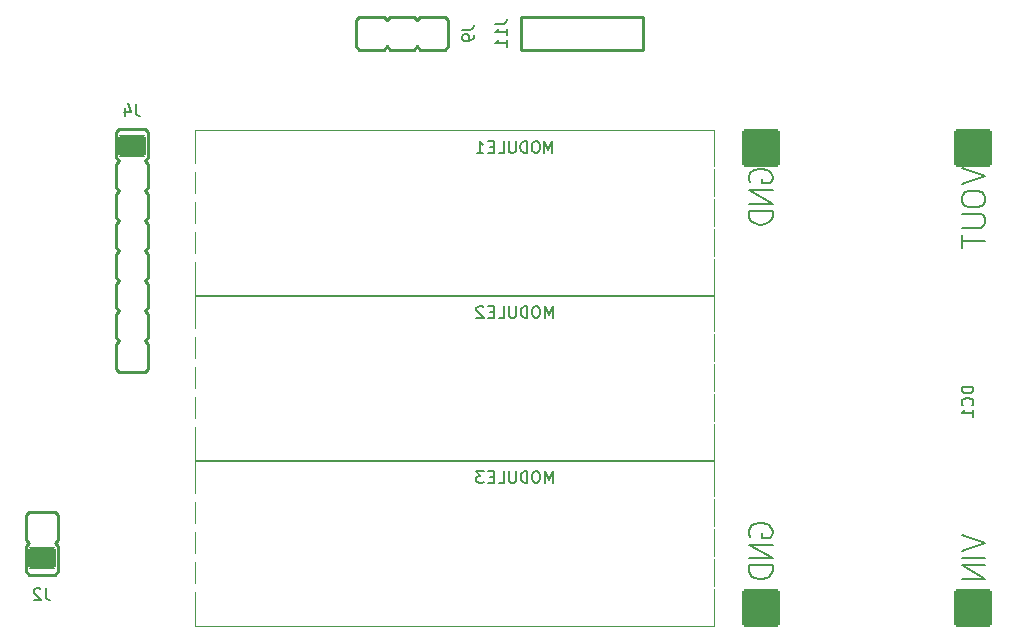
<source format=gbr>
G04 --- HEADER BEGIN --- *
G04 #@! TF.GenerationSoftware,LibrePCB,LibrePCB,1.1.0*
G04 #@! TF.CreationDate,2024-10-30T12:47:54*
G04 #@! TF.ProjectId,encoder diff driver board,5e1d4796-0e95-4f90-a33b-98ba50815d50,v1*
G04 #@! TF.Part,Single*
G04 #@! TF.SameCoordinates*
G04 #@! TF.FileFunction,Legend,Bot*
G04 #@! TF.FilePolarity,Positive*
%FSLAX66Y66*%
%MOMM*%
G01*
G75*
G04 --- HEADER END --- *
G04 --- APERTURE LIST BEGIN --- *
%ADD10C,0.0*%
%ADD11C,0.25*%
%ADD12C,0.2*%
%ADD13O,2.7X1.5*%
%ADD14O,2.39X1.787*%
%AMROUNDEDRECT15*20,1,1.787,-1.095,0.0,1.095,0.0,0.0*20,1,1.587,-1.195,0.0,1.195,0.0,0.0*1,1,0.2,-1.095,0.7935*1,1,0.2,1.095,0.7935*1,1,0.2,1.095,-0.7935*1,1,0.2,-1.095,-0.7935*%
%ADD15ROUNDEDRECT15*%
%ADD16O,1.787X2.39*%
%AMROUNDEDRECT17*20,1,1.787,-1.095,0.0,1.095,0.0,90.0*20,1,1.587,-1.195,0.0,1.195,0.0,90.0*1,1,0.2,-0.7935,-1.095*1,1,0.2,-0.7935,1.095*1,1,0.2,0.7935,1.095*1,1,0.2,0.7935,-1.095*%
%ADD17ROUNDEDRECT17*%
%AMROUNDEDRECT18*20,1,3.2,-1.5,0.0,1.5,0.0,0.0*20,1,3.0,-1.6,0.0,1.6,0.0,0.0*1,1,0.2,-1.5,1.5*1,1,0.2,1.5,1.5*1,1,0.2,1.5,-1.5*1,1,0.2,-1.5,-1.5*%
%ADD18ROUNDEDRECT18*%
%ADD19C,4.4*%
G04 --- APERTURE LIST END --- *
G04 --- BOARD BEGIN --- *
D10*
G04 #@! TO.C,MODULE2*
X-16265394Y4460000D02*
X27734606Y4460000D01*
X27734606Y-9540000D01*
X-16265394Y-9540000D01*
X-16265394Y4460000D01*
D11*
G04 #@! TO.C,J4*
X-22965394Y18270000D02*
X-22965394Y16145000D01*
X-22695394Y15875000D01*
X-22965394Y15605000D01*
X-22965394Y13605000D01*
X-22695394Y13335000D01*
X-22965394Y13065000D01*
X-22965394Y11065000D01*
X-22695394Y10795000D01*
X-22965394Y10525000D01*
X-22965394Y8525000D01*
X-22695394Y8255000D01*
X-22965394Y7985000D01*
X-22965394Y5985000D01*
X-22695394Y5715000D01*
X-22965394Y5445000D01*
X-22965394Y3445000D01*
X-22695394Y3175000D01*
X-22965394Y2905000D01*
X-22965394Y905000D01*
X-22695394Y635000D01*
X-22965394Y365000D01*
X-22965394Y-1760000D01*
X-22695394Y-2030000D01*
X-20445394Y-2030000D01*
X-20175394Y-1760000D01*
X-20175394Y365000D01*
X-20445394Y635000D01*
X-20175394Y905000D01*
X-20175394Y2905000D01*
X-20445394Y3175000D01*
X-20175394Y3445000D01*
X-20175394Y5445000D01*
X-20445394Y5715000D01*
X-20175394Y5985000D01*
X-20175394Y7985000D01*
X-20445394Y8255000D01*
X-20175394Y8525000D01*
X-20175394Y10525000D01*
X-20445394Y10795000D01*
X-20175394Y11065000D01*
X-20175394Y13065000D01*
X-20445394Y13335000D01*
X-20175394Y13605000D01*
X-20175394Y15605000D01*
X-20445394Y15875000D01*
X-20175394Y16145000D01*
X-20175394Y18270000D01*
X-20445394Y18540000D01*
X-22695394Y18540000D01*
X-22965394Y18270000D01*
G04 #@! TO.C,J11*
X11324606Y28065000D02*
X11324606Y25275000D01*
X21734606Y25275000D01*
X21734606Y28065000D01*
X11324606Y28065000D01*
D10*
G04 #@! TO.C,MODULE3*
X-16265394Y-9510000D02*
X27734606Y-9510000D01*
X27734606Y-23510000D01*
X-16265394Y-23510000D01*
X-16265394Y-9510000D01*
D12*
G04 #@! TO.C,DC1*
X48659606Y15211110D02*
X50659606Y14544443D01*
X48659606Y13877777D01*
X48659606Y12802221D02*
X48659606Y12419999D01*
X48755162Y12231110D01*
X48946273Y12039999D01*
X49326273Y11944444D01*
X49992939Y11944444D01*
X50372939Y12039999D01*
X50564050Y12231110D01*
X50659606Y12419999D01*
X50659606Y12802221D01*
X50564050Y12991110D01*
X50372939Y13182221D01*
X49992939Y13277777D01*
X49326273Y13277777D01*
X48946273Y13182221D01*
X48755162Y12991110D01*
X48659606Y12802221D01*
X48659606Y11344444D02*
X50279606Y11344444D01*
X50468495Y11248888D01*
X50564050Y11153333D01*
X50659606Y10964444D01*
X50659606Y10582222D01*
X50564050Y10391111D01*
X50468495Y10297777D01*
X50279606Y10202222D01*
X48659606Y10202222D01*
X48659606Y9602222D02*
X48659606Y8460000D01*
X50659606Y9031111D02*
X48659606Y9031111D01*
X48659606Y-15864446D02*
X50659606Y-16531113D01*
X48659606Y-17197779D01*
X50659606Y-17797779D02*
X48659606Y-17797779D01*
X50659606Y-18397779D02*
X48659606Y-18397779D01*
X50659606Y-19540001D01*
X48659606Y-19540001D01*
X30755162Y-15960000D02*
X30659606Y-15771111D01*
X30659606Y-15484445D01*
X30755162Y-15197778D01*
X30946273Y-15008889D01*
X31135162Y-14913334D01*
X31517384Y-14817778D01*
X31801828Y-14817778D01*
X32184050Y-14913334D01*
X32372939Y-15008889D01*
X32564050Y-15197778D01*
X32659606Y-15484445D01*
X32659606Y-15675556D01*
X32564050Y-15960000D01*
X32468495Y-16055556D01*
X31801828Y-16055556D01*
X31801828Y-15675556D01*
X32659606Y-16655556D02*
X30659606Y-16655556D01*
X32659606Y-17797778D01*
X30659606Y-17797778D01*
X32659606Y-18397778D02*
X30659606Y-18397778D01*
X30659606Y-18873334D01*
X30755162Y-19160000D01*
X30946273Y-19351111D01*
X31135162Y-19444445D01*
X31517384Y-19540000D01*
X31801828Y-19540000D01*
X32184050Y-19444445D01*
X32372939Y-19351111D01*
X32564050Y-19160000D01*
X32659606Y-18873334D01*
X32659606Y-18397778D01*
X30755162Y14040000D02*
X30659606Y14228889D01*
X30659606Y14515555D01*
X30755162Y14802222D01*
X30946273Y14991111D01*
X31135162Y15086666D01*
X31517384Y15182222D01*
X31801828Y15182222D01*
X32184050Y15086666D01*
X32372939Y14991111D01*
X32564050Y14802222D01*
X32659606Y14515555D01*
X32659606Y14324444D01*
X32564050Y14040000D01*
X32468495Y13944444D01*
X31801828Y13944444D01*
X31801828Y14324444D01*
X32659606Y13344444D02*
X30659606Y13344444D01*
X32659606Y12202222D01*
X30659606Y12202222D01*
X32659606Y11602222D02*
X30659606Y11602222D01*
X30659606Y11126666D01*
X30755162Y10840000D01*
X30946273Y10648889D01*
X31135162Y10555555D01*
X31517384Y10460000D01*
X31801828Y10460000D01*
X32184050Y10555555D01*
X32372939Y10648889D01*
X32564050Y10840000D01*
X32659606Y11126666D01*
X32659606Y11602222D01*
D11*
G04 #@! TO.C,J9*
X4954606Y28065000D02*
X2829606Y28065000D01*
X2559606Y27795000D01*
X2289606Y28065000D01*
X289606Y28065000D01*
X19606Y27795000D01*
X-250394Y28065000D01*
X-2375394Y28065000D01*
X-2645394Y27795000D01*
X-2645394Y25545000D01*
X-2375394Y25275000D01*
X-250394Y25275000D01*
X19606Y25545000D01*
X289606Y25275000D01*
X2289606Y25275000D01*
X2559606Y25545000D01*
X2829606Y25275000D01*
X4954606Y25275000D01*
X5224606Y25545000D01*
X5224606Y27795000D01*
X4954606Y28065000D01*
D10*
G04 #@! TO.C,MODULE1*
X-16265394Y18430000D02*
X27734606Y18430000D01*
X27734606Y4430000D01*
X-16265394Y4430000D01*
X-16265394Y18430000D01*
D11*
G04 #@! TO.C,J2*
X-27795394Y-18905000D02*
X-27795394Y-16780000D01*
X-28065394Y-16510000D01*
X-27795394Y-16240000D01*
X-27795394Y-14115000D01*
X-28065394Y-13845000D01*
X-30315394Y-13845000D01*
X-30585394Y-14115000D01*
X-30585394Y-16240000D01*
X-30315394Y-16510000D01*
X-30585394Y-16780000D01*
X-30585394Y-18905000D01*
X-30315394Y-19175000D01*
X-28065394Y-19175000D01*
X-27795394Y-18905000D01*
D12*
G04 #@! TO.C,MODULE2*
X14038495Y2540000D02*
X14038495Y3540000D01*
X13705162Y2825556D01*
X13371828Y3540000D01*
X13371828Y2540000D01*
X12734050Y3540000D02*
X12542939Y3540000D01*
X12448495Y3492222D01*
X12352939Y3396667D01*
X12305161Y3206667D01*
X12305161Y2873333D01*
X12352939Y2683333D01*
X12448495Y2587778D01*
X12542939Y2540000D01*
X12734050Y2540000D01*
X12828495Y2587778D01*
X12924050Y2683333D01*
X12971828Y2873333D01*
X12971828Y3206667D01*
X12924050Y3396667D01*
X12828495Y3492222D01*
X12734050Y3540000D01*
X11905161Y2540000D02*
X11905161Y3540000D01*
X11667383Y3540000D01*
X11524050Y3492222D01*
X11428494Y3396667D01*
X11381828Y3302222D01*
X11334050Y3111111D01*
X11334050Y2968889D01*
X11381828Y2777778D01*
X11428494Y2683333D01*
X11524050Y2587778D01*
X11667383Y2540000D01*
X11905161Y2540000D01*
X10934050Y3540000D02*
X10934050Y2730000D01*
X10886272Y2635556D01*
X10838494Y2587778D01*
X10744050Y2540000D01*
X10552939Y2540000D01*
X10457383Y2587778D01*
X10410717Y2635556D01*
X10362939Y2730000D01*
X10362939Y3540000D01*
X9486272Y2540000D02*
X9962939Y2540000D01*
X9962939Y3540000D01*
X9086272Y3063333D02*
X8752939Y3063333D01*
X8609605Y2540000D02*
X9086272Y2540000D01*
X9086272Y3540000D01*
X8609605Y3540000D01*
X8161827Y3444444D02*
X8114049Y3492222D01*
X8019605Y3540000D01*
X7780716Y3540000D01*
X7686272Y3492222D01*
X7638494Y3444444D01*
X7590716Y3350000D01*
X7590716Y3254444D01*
X7638494Y3111111D01*
X8209605Y2540000D01*
X7590716Y2540000D01*
G04 #@! TO.C,J4*
X-21251505Y20685000D02*
X-21251505Y19970556D01*
X-21203727Y19828333D01*
X-21108172Y19732778D01*
X-20965950Y19685000D01*
X-20870394Y19685000D01*
X-22128172Y20351667D02*
X-22128172Y19685000D01*
X-21889283Y20732778D02*
X-21651505Y20018333D01*
X-22270394Y20018333D01*
G04 #@! TO.C,J11*
X9179606Y27450555D02*
X9894050Y27450555D01*
X10036273Y27498333D01*
X10131828Y27593888D01*
X10179606Y27736110D01*
X10179606Y27831666D01*
X10179606Y26479444D02*
X10179606Y27050555D01*
X10179606Y26764999D02*
X9179606Y26764999D01*
X9322939Y26860555D01*
X9417384Y26954999D01*
X9465162Y27050555D01*
X10179606Y25508333D02*
X10179606Y26079444D01*
X10179606Y25793888D02*
X9179606Y25793888D01*
X9322939Y25889444D01*
X9417384Y25983888D01*
X9465162Y26079444D01*
G04 #@! TO.C,MODULE3*
X14038495Y-11430000D02*
X14038495Y-10430000D01*
X13705162Y-11144444D01*
X13371828Y-10430000D01*
X13371828Y-11430000D01*
X12734050Y-10430000D02*
X12542939Y-10430000D01*
X12448495Y-10477778D01*
X12352939Y-10573333D01*
X12305161Y-10763333D01*
X12305161Y-11096667D01*
X12352939Y-11286667D01*
X12448495Y-11382222D01*
X12542939Y-11430000D01*
X12734050Y-11430000D01*
X12828495Y-11382222D01*
X12924050Y-11286667D01*
X12971828Y-11096667D01*
X12971828Y-10763333D01*
X12924050Y-10573333D01*
X12828495Y-10477778D01*
X12734050Y-10430000D01*
X11905161Y-11430000D02*
X11905161Y-10430000D01*
X11667383Y-10430000D01*
X11524050Y-10477778D01*
X11428494Y-10573333D01*
X11381828Y-10667778D01*
X11334050Y-10858889D01*
X11334050Y-11001111D01*
X11381828Y-11192222D01*
X11428494Y-11286667D01*
X11524050Y-11382222D01*
X11667383Y-11430000D01*
X11905161Y-11430000D01*
X10934050Y-10430000D02*
X10934050Y-11240000D01*
X10886272Y-11334444D01*
X10838494Y-11382222D01*
X10744050Y-11430000D01*
X10552939Y-11430000D01*
X10457383Y-11382222D01*
X10410717Y-11334444D01*
X10362939Y-11240000D01*
X10362939Y-10430000D01*
X9486272Y-11430000D02*
X9962939Y-11430000D01*
X9962939Y-10430000D01*
X9086272Y-10906667D02*
X8752939Y-10906667D01*
X8609605Y-11430000D02*
X9086272Y-11430000D01*
X9086272Y-10430000D01*
X8609605Y-10430000D01*
X8209605Y-10430000D02*
X7590716Y-10430000D01*
X7924049Y-10811111D01*
X7780716Y-10811111D01*
X7686272Y-10858889D01*
X7638494Y-10906667D01*
X7590716Y-11001111D01*
X7590716Y-11240000D01*
X7638494Y-11334444D01*
X7686272Y-11382222D01*
X7780716Y-11430000D01*
X8066272Y-11430000D01*
X8161827Y-11382222D01*
X8209605Y-11334444D01*
G04 #@! TO.C,DC1*
X49659606Y-3259445D02*
X48659606Y-3259445D01*
X48659606Y-3497223D01*
X48707384Y-3640556D01*
X48802939Y-3736112D01*
X48897384Y-3782778D01*
X49088495Y-3830556D01*
X49230717Y-3830556D01*
X49421828Y-3782778D01*
X49516273Y-3736112D01*
X49611828Y-3640556D01*
X49659606Y-3497223D01*
X49659606Y-3259445D01*
X49564050Y-4849445D02*
X49611828Y-4801667D01*
X49659606Y-4659445D01*
X49659606Y-4563889D01*
X49611828Y-4420556D01*
X49516273Y-4326112D01*
X49421828Y-4278334D01*
X49230717Y-4230556D01*
X49088495Y-4230556D01*
X48897384Y-4278334D01*
X48802939Y-4326112D01*
X48707384Y-4420556D01*
X48659606Y-4563889D01*
X48659606Y-4659445D01*
X48707384Y-4801667D01*
X48755162Y-4849445D01*
X49659606Y-5820556D02*
X49659606Y-5249445D01*
X49659606Y-5535001D02*
X48659606Y-5535001D01*
X48802939Y-5439445D01*
X48897384Y-5345001D01*
X48945162Y-5249445D01*
G04 #@! TO.C,J9*
X6369606Y26965000D02*
X7084050Y26965000D01*
X7226273Y27012778D01*
X7321828Y27108333D01*
X7369606Y27250555D01*
X7369606Y27346111D01*
X7369606Y26469444D02*
X7369606Y26279444D01*
X7321828Y26183889D01*
X7274050Y26136111D01*
X7131828Y26041667D01*
X6940717Y25993889D01*
X6559606Y25993889D01*
X6465162Y26041667D01*
X6417384Y26088333D01*
X6369606Y26183889D01*
X6369606Y26375000D01*
X6417384Y26469444D01*
X6465162Y26517222D01*
X6559606Y26565000D01*
X6798495Y26565000D01*
X6892939Y26517222D01*
X6940717Y26469444D01*
X6988495Y26375000D01*
X6988495Y26183889D01*
X6940717Y26088333D01*
X6892939Y26041667D01*
X6798495Y25993889D01*
G04 #@! TO.C,MODULE1*
X14014606Y16510000D02*
X14014606Y17510000D01*
X13681273Y16795556D01*
X13347939Y17510000D01*
X13347939Y16510000D01*
X12710161Y17510000D02*
X12519050Y17510000D01*
X12424606Y17462222D01*
X12329050Y17366667D01*
X12281272Y17176667D01*
X12281272Y16843333D01*
X12329050Y16653333D01*
X12424606Y16557778D01*
X12519050Y16510000D01*
X12710161Y16510000D01*
X12804606Y16557778D01*
X12900161Y16653333D01*
X12947939Y16843333D01*
X12947939Y17176667D01*
X12900161Y17366667D01*
X12804606Y17462222D01*
X12710161Y17510000D01*
X11881272Y16510000D02*
X11881272Y17510000D01*
X11643494Y17510000D01*
X11500161Y17462222D01*
X11404605Y17366667D01*
X11357939Y17272222D01*
X11310161Y17081111D01*
X11310161Y16938889D01*
X11357939Y16747778D01*
X11404605Y16653333D01*
X11500161Y16557778D01*
X11643494Y16510000D01*
X11881272Y16510000D01*
X10910161Y17510000D02*
X10910161Y16700000D01*
X10862383Y16605556D01*
X10814605Y16557778D01*
X10720161Y16510000D01*
X10529050Y16510000D01*
X10433494Y16557778D01*
X10386828Y16605556D01*
X10339050Y16700000D01*
X10339050Y17510000D01*
X9462383Y16510000D02*
X9939050Y16510000D01*
X9939050Y17510000D01*
X9062383Y17033333D02*
X8729050Y17033333D01*
X8585716Y16510000D02*
X9062383Y16510000D01*
X9062383Y17510000D01*
X8585716Y17510000D01*
X7614605Y16510000D02*
X8185716Y16510000D01*
X7900160Y16510000D02*
X7900160Y17510000D01*
X7995716Y17366667D01*
X8090160Y17272222D01*
X8185716Y17224444D01*
G04 #@! TO.C,J2*
X-28871505Y-20320000D02*
X-28871505Y-21034444D01*
X-28823727Y-21176667D01*
X-28728172Y-21272222D01*
X-28585950Y-21320000D01*
X-28490394Y-21320000D01*
X-29319283Y-20415556D02*
X-29367061Y-20367778D01*
X-29461505Y-20320000D01*
X-29700394Y-20320000D01*
X-29794838Y-20367778D01*
X-29842616Y-20415556D01*
X-29890394Y-20510000D01*
X-29890394Y-20605556D01*
X-29842616Y-20748889D01*
X-29271505Y-21320000D01*
X-29890394Y-21320000D01*
%LPC*%
D13*
G04 #@! TO.C,MODULE2*
X26444606Y-3800000D03*
X26444606Y-1280000D03*
X26444606Y1280000D03*
X-14975394Y-3820000D03*
X-14975394Y-6360000D03*
X-14975394Y-1260000D03*
X26444606Y-6360000D03*
X-14975394Y1280000D03*
D14*
G04 #@! TO.C,J4*
X-21570394Y-635000D03*
X-21570394Y6985000D03*
X-21570394Y4445000D03*
D15*
X-21570394Y17145000D03*
D14*
X-21570394Y14605000D03*
X-21570394Y1905000D03*
X-21570394Y12065000D03*
X-21570394Y9525000D03*
D16*
G04 #@! TO.C,J11*
X15259606Y26670000D03*
X17799606Y26670000D03*
X20339606Y26670000D03*
D17*
X12719606Y26670000D03*
D13*
G04 #@! TO.C,MODULE3*
X26444606Y-17770000D03*
X26444606Y-15250000D03*
X26444606Y-12690000D03*
X-14975394Y-17790000D03*
X-14975394Y-20330000D03*
X-14975394Y-15230000D03*
X26444606Y-20330000D03*
X-14975394Y-12690000D03*
D18*
G04 #@! TO.C,DC1*
X49659606Y16960000D03*
X31659606Y16960000D03*
X49659606Y-22040000D03*
X31659606Y-22040000D03*
D16*
G04 #@! TO.C,J9*
X-1250394Y26670000D03*
D17*
X3829606Y26670000D03*
D16*
X1289606Y26670000D03*
D13*
G04 #@! TO.C,MODULE1*
X26444606Y10170000D03*
X26444606Y12690000D03*
X26444606Y15250000D03*
X-14975394Y10150000D03*
X-14975394Y7610000D03*
X-14975394Y12710000D03*
X26444606Y7610000D03*
X-14975394Y15250000D03*
D14*
G04 #@! TO.C,J2*
X-29190394Y-15240000D03*
D15*
X-29190394Y-17780000D03*
D19*
G04 #@! TD*
X-29655394Y-30625000D03*
X40344606Y27375000D03*
X-29655394Y27375000D03*
X40344606Y-30625000D03*
G04 --- BOARD END --- *
G04 #@! TF.MD5,ef9f2553fcb5ebdabb6a0f30da9fab25*
M02*

</source>
